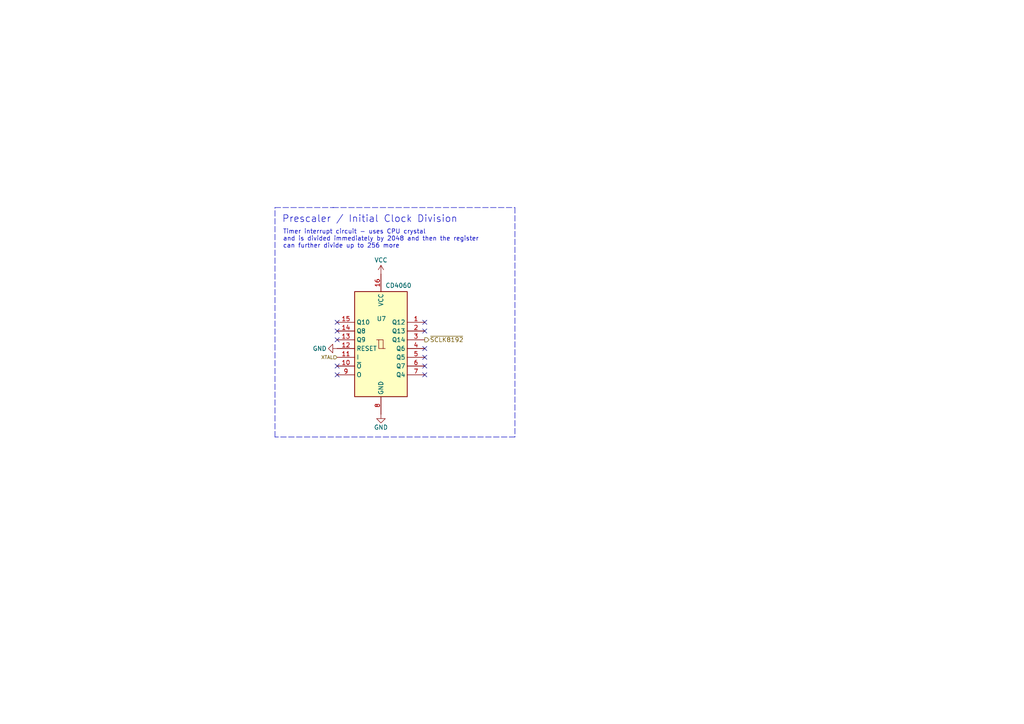
<source format=kicad_sch>
(kicad_sch (version 20211123) (generator eeschema)
  (paper "A4")
  (lib_symbols
    (symbol "Stephen:CD4060"
      (property "Reference" "U" (at 0 35.56 0))
      (property "Value" "CD4060" (at 0 33.02 0))
      (symbol "CD4060_1_0"
        (polyline (pts (xy -0.635 -1.27) (xy -0.635 1.27) (xy 0.635 1.27)))
        (polyline (pts (xy -1.27 -1.27) (xy 0.635 -1.27) (xy 0.635 1.27) (xy 1.27 1.27)))
        (pin output line (at -12.7 6.35 0) (length 5.08) (name "Q12") (number "1"))
        (pin output line (at 12.7 -6.35 180) (length 5.08) (name "~{O}") (number "10"))
        (pin input line (at 12.7 -3.81 180) (length 5.08) (name "I") (number "11"))
        (pin input line (at 12.7 -1.27 180) (length 5.08) (name "RESET") (number "12"))
        (pin output line (at 12.7 1.27 180) (length 5.08) (name "Q9") (number "13"))
        (pin output line (at 12.7 3.81 180) (length 5.08) (name "Q8") (number "14"))
        (pin output line (at 12.7 6.35 180) (length 5.08) (name "Q10") (number "15"))
        (pin power_in line (at 0 20.32 270) (length 5.08) (name "VCC") (number "16"))
        (pin output line (at -12.7 3.81 0) (length 5.08) (name "Q13") (number "2"))
        (pin output line (at -12.7 1.27 0) (length 5.08) (name "Q14") (number "3"))
        (pin output line (at -12.7 -1.27 0) (length 5.08) (name "Q6") (number "4"))
        (pin output line (at -12.7 -3.81 0) (length 5.08) (name "Q5") (number "5"))
        (pin output line (at -12.7 -6.35 0) (length 5.08) (name "Q7") (number "6"))
        (pin output line (at -12.7 -8.89 0) (length 5.08) (name "Q4") (number "7"))
        (pin power_in line (at 0 -20.32 90) (length 5.08) (name "GND") (number "8"))
        (pin output line (at 12.7 -8.89 180) (length 5.08) (name "O") (number "9"))
      )
      (symbol "CD4060_1_1"
        (rectangle (start -7.62 15.24) (end 7.62 -15.24) (stroke (width 0.254)) (fill (type background)))
      )
    )
    (symbol "power:GND" (power) (pin_names (offset 0))
      (property "Value" "GND" (at 0 -3.81 0))
      (symbol "GND_0_1"
        (polyline (pts (xy 0 0) (xy 0 -1.27) (xy 1.27 -1.27) (xy 0 -2.54) (xy -1.27 -1.27) (xy 0 -1.27)))
      )
      (symbol "GND_1_1"
        (pin power_in line (at 0 0 270) (length 0) hide (name "GND") (number "1"))
      )
    )
    (symbol "power:VCC" (power) (pin_names (offset 0))
      (property "Value" "VCC" (at 0 3.81 0))
      (symbol "VCC_0_1"
        (polyline (pts (xy -0.762 1.27) (xy 0 2.54)))
        (polyline (pts (xy 0 0) (xy 0 2.54)))
        (polyline (pts (xy 0 2.54) (xy 0.762 1.27)))
      )
      (symbol "VCC_1_1"
        (pin power_in line (at 0 0 90) (length 0) hide (name "VCC") (number "1"))
      )
    )
  )
  (no_connect (at 123.19 96.012))
  (no_connect (at 123.19 93.472))
  (no_connect (at 123.19 103.632))
  (no_connect (at 97.79 108.712))
  (no_connect (at 123.19 101.092))
  (no_connect (at 123.19 108.712))
  (no_connect (at 97.79 106.172))
  (no_connect (at 97.79 96.012))
  (no_connect (at 123.19 106.172))
  (no_connect (at 97.79 98.552))
  (no_connect (at 97.79 93.472))
  (polyline (pts (xy 79.756 60.198) (xy 96.774 60.198)))
  (polyline (pts (xy 96.52 60.198) (xy 149.352 60.198)))
  (polyline (pts (xy 149.352 60.198) (xy 149.352 126.746)))
  (polyline (pts (xy 79.756 126.746) (xy 79.756 60.198)))
  (polyline (pts (xy 149.352 126.746) (xy 79.756 126.746)))
  (text "Timer interrupt circuit - uses CPU crystal\nand is divided immediately by 2048 and then the register \ncan further divide up to 256 more" (at 82.042 72.136 0) (effects (font (size 1.27 1.27)) (justify left bottom)))
  (text "Prescaler / Initial Clock Division" (at 81.788 64.77 0) (effects (font (size 2 2)) (justify left bottom)))
  (hierarchical_label "~{SCLK8192}" (shape output) (at 123.19 98.552 0))
  (hierarchical_label "XTAL" (shape input) (at 97.79 103.632 180) (effects (font (size 0.9906 0.9906))))
  (symbol (lib_id "power:GND") (at 97.79 101.092 270) (mirror x) (unit 1)
    (property "Reference" "#PWR038" (effects hide))
    (property "Value" "GND" (at 92.71 101.092 90))
  )
  (symbol (lib_id "power:VCC") (at 110.49 79.502 0) (mirror y) (unit 1)
    (property "Reference" "#PWR039" (effects hide))
    (property "Value" "VCC" (at 110.49 75.438 0))
  )
  (symbol (lib_id "Stephen:CD4060") (at 110.49 99.822 0) (mirror y) (unit 1)
    (property "Reference" "U7" (at 112.014 92.456 0) (effects (justify left)))
    (property "Value" "CD4060" (at 119.38 82.804 0) (effects (justify left)))
    (property "Footprint" "Package_SO:SOIC-16_3.9x9.9mm_P1.27mm" (effects hide))
  )
  (symbol (lib_id "power:GND") (at 110.49 120.142 0) (mirror y) (unit 1)
    (property "Reference" "#PWR040" (effects hide))
    (property "Value" "GND" (at 110.49 123.952 0))
  )
)
</source>
